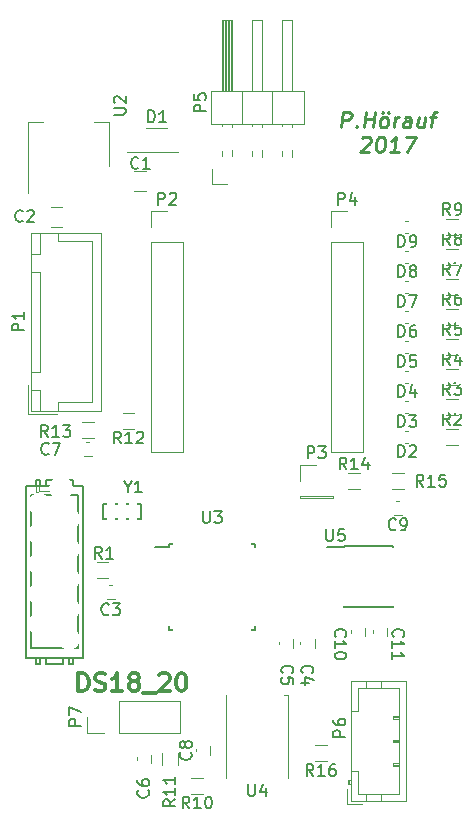
<source format=gto>
G04 #@! TF.GenerationSoftware,KiCad,Pcbnew,(5.99.0-492-g30da2b31e)*
G04 #@! TF.CreationDate,2019-12-10T20:34:04+01:00*
G04 #@! TF.ProjectId,Feeder,46656564-6572-42e6-9b69-6361645f7063,0.1*
G04 #@! TF.SameCoordinates,Original*
G04 #@! TF.FileFunction,Legend,Top*
G04 #@! TF.FilePolarity,Positive*
%FSLAX46Y46*%
G04 Gerber Fmt 4.6, Leading zero omitted, Abs format (unit mm)*
G04 Created by KiCad (PCBNEW (5.99.0-492-g30da2b31e)) date 2019-12-10 20:34:04*
%MOMM*%
%LPD*%
G04 APERTURE LIST*
%ADD10C,0.250000*%
%ADD11C,0.300000*%
%ADD12C,0.120000*%
%ADD13C,0.150000*%
%ADD14C,0.203200*%
%ADD15C,0.101600*%
%ADD16C,2.150000*%
%ADD17R,2.150000X2.150000*%
%ADD18R,1.950000X1.000000*%
%ADD19R,2.100000X2.100000*%
%ADD20O,2.100000X2.100000*%
%ADD21R,1.150000X1.200000*%
%ADD22R,1.200000X1.150000*%
%ADD23R,1.400000X1.650000*%
%ADD24O,2.100000X1.600000*%
%ADD25R,2.100000X1.600000*%
%ADD26R,1.700000X2.100000*%
%ADD27R,1.000000X1.600000*%
%ADD28R,1.600000X1.000000*%
%ADD29R,1.200000X1.200000*%
%ADD30R,1.400000X2.000000*%
%ADD31R,0.700000X2.400000*%
%ADD32C,1.850000*%
%ADD33C,2.000000*%
%ADD34R,0.900000X1.300000*%
%ADD35R,1.300000X0.900000*%
%ADD36R,1.900000X2.400000*%
%ADD37R,4.200000X2.400000*%
G04 APERTURE END LIST*
D10*
X177307877Y-52541595D02*
X177470377Y-51241595D01*
X177965616Y-51241595D01*
X178081687Y-51303500D01*
X178135854Y-51365404D01*
X178182282Y-51489214D01*
X178159068Y-51674928D01*
X178081687Y-51798738D01*
X178012044Y-51860642D01*
X177880497Y-51922547D01*
X177385258Y-51922547D01*
X178623354Y-52417785D02*
X178677520Y-52479690D01*
X178607877Y-52541595D01*
X178553711Y-52479690D01*
X178623354Y-52417785D01*
X178607877Y-52541595D01*
X179226925Y-52541595D02*
X179389425Y-51241595D01*
X179312044Y-51860642D02*
X180054901Y-51860642D01*
X179969782Y-52541595D02*
X180132282Y-51241595D01*
X180774544Y-52541595D02*
X180658473Y-52479690D01*
X180604306Y-52417785D01*
X180557877Y-52293976D01*
X180604306Y-51922547D01*
X180681687Y-51798738D01*
X180751330Y-51736833D01*
X180882877Y-51674928D01*
X181068592Y-51674928D01*
X181184663Y-51736833D01*
X181238830Y-51798738D01*
X181285258Y-51922547D01*
X181238830Y-52293976D01*
X181161449Y-52417785D01*
X181091806Y-52479690D01*
X180960258Y-52541595D01*
X180774544Y-52541595D01*
X180813235Y-51241595D02*
X180867401Y-51303500D01*
X180797758Y-51365404D01*
X180743592Y-51303500D01*
X180813235Y-51241595D01*
X180797758Y-51365404D01*
X181308473Y-51241595D02*
X181362639Y-51303500D01*
X181292997Y-51365404D01*
X181238830Y-51303500D01*
X181308473Y-51241595D01*
X181292997Y-51365404D01*
X181765020Y-52541595D02*
X181873354Y-51674928D01*
X181842401Y-51922547D02*
X181919782Y-51798738D01*
X181989425Y-51736833D01*
X182120973Y-51674928D01*
X182244782Y-51674928D01*
X183126925Y-52541595D02*
X183212044Y-51860642D01*
X183165616Y-51736833D01*
X183049544Y-51674928D01*
X182801925Y-51674928D01*
X182670377Y-51736833D01*
X183134663Y-52479690D02*
X183003116Y-52541595D01*
X182693592Y-52541595D01*
X182577520Y-52479690D01*
X182531092Y-52355880D01*
X182546568Y-52232071D01*
X182623949Y-52108261D01*
X182755497Y-52046357D01*
X183065020Y-52046357D01*
X183196568Y-51984452D01*
X184411449Y-51674928D02*
X184303116Y-52541595D01*
X183854306Y-51674928D02*
X183769187Y-52355880D01*
X183815616Y-52479690D01*
X183931687Y-52541595D01*
X184117401Y-52541595D01*
X184248949Y-52479690D01*
X184318592Y-52417785D01*
X184844782Y-51674928D02*
X185340020Y-51674928D01*
X184922163Y-52541595D02*
X185061449Y-51427309D01*
X185138830Y-51303500D01*
X185270377Y-51241595D01*
X185394187Y-51241595D01*
X179095377Y-53458404D02*
X179165020Y-53396500D01*
X179296568Y-53334595D01*
X179606092Y-53334595D01*
X179722163Y-53396500D01*
X179776330Y-53458404D01*
X179822758Y-53582214D01*
X179807282Y-53706023D01*
X179722163Y-53891738D01*
X178886449Y-54634595D01*
X179691211Y-54634595D01*
X180658473Y-53334595D02*
X180782282Y-53334595D01*
X180898354Y-53396500D01*
X180952520Y-53458404D01*
X180998949Y-53582214D01*
X181029901Y-53829833D01*
X180991211Y-54139357D01*
X180898354Y-54386976D01*
X180820973Y-54510785D01*
X180751330Y-54572690D01*
X180619782Y-54634595D01*
X180495973Y-54634595D01*
X180379901Y-54572690D01*
X180325735Y-54510785D01*
X180279306Y-54386976D01*
X180248354Y-54139357D01*
X180287044Y-53829833D01*
X180379901Y-53582214D01*
X180457282Y-53458404D01*
X180526925Y-53396500D01*
X180658473Y-53334595D01*
X182167401Y-54634595D02*
X181424544Y-54634595D01*
X181795973Y-54634595D02*
X181958473Y-53334595D01*
X181811449Y-53520309D01*
X181672163Y-53644119D01*
X181540616Y-53706023D01*
X182763235Y-53334595D02*
X183629901Y-53334595D01*
X182910258Y-54634595D01*
D11*
X155064285Y-100278571D02*
X155064285Y-98778571D01*
X155421428Y-98778571D01*
X155635714Y-98850000D01*
X155778571Y-98992857D01*
X155850000Y-99135714D01*
X155921428Y-99421428D01*
X155921428Y-99635714D01*
X155850000Y-99921428D01*
X155778571Y-100064285D01*
X155635714Y-100207142D01*
X155421428Y-100278571D01*
X155064285Y-100278571D01*
X156492857Y-100207142D02*
X156707142Y-100278571D01*
X157064285Y-100278571D01*
X157207142Y-100207142D01*
X157278571Y-100135714D01*
X157350000Y-99992857D01*
X157350000Y-99850000D01*
X157278571Y-99707142D01*
X157207142Y-99635714D01*
X157064285Y-99564285D01*
X156778571Y-99492857D01*
X156635714Y-99421428D01*
X156564285Y-99350000D01*
X156492857Y-99207142D01*
X156492857Y-99064285D01*
X156564285Y-98921428D01*
X156635714Y-98850000D01*
X156778571Y-98778571D01*
X157135714Y-98778571D01*
X157350000Y-98850000D01*
X158778571Y-100278571D02*
X157921428Y-100278571D01*
X158350000Y-100278571D02*
X158350000Y-98778571D01*
X158207142Y-98992857D01*
X158064285Y-99135714D01*
X157921428Y-99207142D01*
X159635714Y-99421428D02*
X159492857Y-99350000D01*
X159421428Y-99278571D01*
X159350000Y-99135714D01*
X159350000Y-99064285D01*
X159421428Y-98921428D01*
X159492857Y-98850000D01*
X159635714Y-98778571D01*
X159921428Y-98778571D01*
X160064285Y-98850000D01*
X160135714Y-98921428D01*
X160207142Y-99064285D01*
X160207142Y-99135714D01*
X160135714Y-99278571D01*
X160064285Y-99350000D01*
X159921428Y-99421428D01*
X159635714Y-99421428D01*
X159492857Y-99492857D01*
X159421428Y-99564285D01*
X159350000Y-99707142D01*
X159350000Y-99992857D01*
X159421428Y-100135714D01*
X159492857Y-100207142D01*
X159635714Y-100278571D01*
X159921428Y-100278571D01*
X160064285Y-100207142D01*
X160135714Y-100135714D01*
X160207142Y-99992857D01*
X160207142Y-99707142D01*
X160135714Y-99564285D01*
X160064285Y-99492857D01*
X159921428Y-99421428D01*
X160492857Y-100421428D02*
X161635714Y-100421428D01*
X161921428Y-98921428D02*
X161992857Y-98850000D01*
X162135714Y-98778571D01*
X162492857Y-98778571D01*
X162635714Y-98850000D01*
X162707142Y-98921428D01*
X162778571Y-99064285D01*
X162778571Y-99207142D01*
X162707142Y-99421428D01*
X161850000Y-100278571D01*
X162778571Y-100278571D01*
X163707142Y-98778571D02*
X163850000Y-98778571D01*
X163992857Y-98850000D01*
X164064285Y-98921428D01*
X164135714Y-99064285D01*
X164207142Y-99350000D01*
X164207142Y-99707142D01*
X164135714Y-99992857D01*
X164064285Y-100135714D01*
X163992857Y-100207142D01*
X163850000Y-100278571D01*
X163707142Y-100278571D01*
X163564285Y-100207142D01*
X163492857Y-100135714D01*
X163421428Y-99992857D01*
X163350000Y-99707142D01*
X163350000Y-99350000D01*
X163421428Y-99064285D01*
X163492857Y-98921428D01*
X163564285Y-98850000D01*
X163707142Y-98778571D01*
D12*
X151050000Y-76550000D02*
X157000000Y-76550000D01*
X157000000Y-76550000D02*
X157000000Y-61450000D01*
X157000000Y-61450000D02*
X151050000Y-61450000D01*
X151050000Y-61450000D02*
X151050000Y-76550000D01*
X151050000Y-73250000D02*
X151800000Y-73250000D01*
X151800000Y-73250000D02*
X151800000Y-64750000D01*
X151800000Y-64750000D02*
X151050000Y-64750000D01*
X151050000Y-64750000D02*
X151050000Y-73250000D01*
X151050000Y-76550000D02*
X151800000Y-76550000D01*
X151800000Y-76550000D02*
X151800000Y-74750000D01*
X151800000Y-74750000D02*
X151050000Y-74750000D01*
X151050000Y-74750000D02*
X151050000Y-76550000D01*
X151050000Y-63250000D02*
X151800000Y-63250000D01*
X151800000Y-63250000D02*
X151800000Y-61450000D01*
X151800000Y-61450000D02*
X151050000Y-61450000D01*
X151050000Y-61450000D02*
X151050000Y-63250000D01*
X153300000Y-76550000D02*
X153300000Y-75800000D01*
X153300000Y-75800000D02*
X156250000Y-75800000D01*
X156250000Y-75800000D02*
X156250000Y-69000000D01*
X153300000Y-61450000D02*
X153300000Y-62200000D01*
X153300000Y-62200000D02*
X156250000Y-62200000D01*
X156250000Y-62200000D02*
X156250000Y-69000000D01*
X150750000Y-74350000D02*
X150750000Y-76850000D01*
X150750000Y-76850000D02*
X153250000Y-76850000D01*
D13*
X177525000Y-88025000D02*
X177525000Y-88075000D01*
X181675000Y-88025000D02*
X181675000Y-88170000D01*
X181675000Y-93175000D02*
X181675000Y-93030000D01*
X177525000Y-93175000D02*
X177525000Y-93030000D01*
X177525000Y-88025000D02*
X181675000Y-88025000D01*
X177525000Y-93175000D02*
X181675000Y-93175000D01*
X177525000Y-88075000D02*
X176125000Y-88075000D01*
D12*
X173810000Y-83770000D02*
X173810000Y-83890000D01*
X173810000Y-83890000D02*
X176590000Y-83890000D01*
X176590000Y-83890000D02*
X176590000Y-83770000D01*
X176590000Y-83770000D02*
X173810000Y-83770000D01*
X173810000Y-82500000D02*
X173810000Y-81110000D01*
X173810000Y-81110000D02*
X175200000Y-81110000D01*
X158470000Y-103850000D02*
X163670000Y-103850000D01*
X163670000Y-103850000D02*
X163670000Y-101070000D01*
X163670000Y-101070000D02*
X158470000Y-101070000D01*
X158470000Y-101070000D02*
X158470000Y-103850000D01*
X157200000Y-103850000D02*
X155810000Y-103850000D01*
X155810000Y-103850000D02*
X155810000Y-102460000D01*
X179300000Y-94950000D02*
X179300000Y-95650000D01*
X178100000Y-95650000D02*
X178100000Y-94950000D01*
X182450000Y-85400000D02*
X181750000Y-85400000D01*
X181750000Y-84200000D02*
X182450000Y-84200000D01*
X165000000Y-105650000D02*
X165000000Y-104950000D01*
X166200000Y-104950000D02*
X166200000Y-105650000D01*
X155550000Y-79200000D02*
X156250000Y-79200000D01*
X156250000Y-80400000D02*
X155550000Y-80400000D01*
X160000000Y-106350000D02*
X160000000Y-105650000D01*
X161200000Y-105650000D02*
X161200000Y-106350000D01*
X172050000Y-96600000D02*
X172050000Y-95900000D01*
X173250000Y-95900000D02*
X173250000Y-96600000D01*
X175050000Y-95900000D02*
X175050000Y-96600000D01*
X173850000Y-96600000D02*
X173850000Y-95900000D01*
X157450000Y-91300000D02*
X158150000Y-91300000D01*
X158150000Y-92500000D02*
X157450000Y-92500000D01*
X181200000Y-94950000D02*
X181200000Y-95650000D01*
X180000000Y-95650000D02*
X180000000Y-94950000D01*
X153700000Y-59250000D02*
X152700000Y-59250000D01*
X152700000Y-60950000D02*
X153700000Y-60950000D01*
X160800000Y-56250000D02*
X159800000Y-56250000D01*
X159800000Y-57950000D02*
X160800000Y-57950000D01*
X178100000Y-109550000D02*
X182800000Y-109550000D01*
X182800000Y-109550000D02*
X182800000Y-99450000D01*
X182800000Y-99450000D02*
X178100000Y-99450000D01*
X178100000Y-99450000D02*
X178100000Y-109550000D01*
X178100000Y-107000000D02*
X178700000Y-107000000D01*
X178700000Y-107000000D02*
X178700000Y-108950000D01*
X178700000Y-108950000D02*
X182200000Y-108950000D01*
X182200000Y-108950000D02*
X182200000Y-100050000D01*
X182200000Y-100050000D02*
X178700000Y-100050000D01*
X178700000Y-100050000D02*
X178700000Y-102000000D01*
X178700000Y-102000000D02*
X178100000Y-102000000D01*
X179400000Y-109550000D02*
X179400000Y-108950000D01*
X180700000Y-109550000D02*
X180700000Y-108950000D01*
X179400000Y-99450000D02*
X179400000Y-100050000D01*
X180700000Y-99450000D02*
X180700000Y-100050000D01*
X178100000Y-107800000D02*
X177900000Y-107800000D01*
X177900000Y-107800000D02*
X177900000Y-108100000D01*
X177900000Y-108100000D02*
X178100000Y-108100000D01*
X178000000Y-107800000D02*
X178000000Y-108100000D01*
X182200000Y-106600000D02*
X181700000Y-106600000D01*
X181700000Y-106600000D02*
X181700000Y-106400000D01*
X181700000Y-106400000D02*
X182200000Y-106400000D01*
X182200000Y-106500000D02*
X181700000Y-106500000D01*
X182200000Y-104600000D02*
X181700000Y-104600000D01*
X181700000Y-104600000D02*
X181700000Y-104400000D01*
X181700000Y-104400000D02*
X182200000Y-104400000D01*
X182200000Y-104500000D02*
X181700000Y-104500000D01*
X182200000Y-102600000D02*
X181700000Y-102600000D01*
X181700000Y-102600000D02*
X181700000Y-102400000D01*
X181700000Y-102400000D02*
X182200000Y-102400000D01*
X182200000Y-102500000D02*
X181700000Y-102500000D01*
X177800000Y-108600000D02*
X177800000Y-109850000D01*
X177800000Y-109850000D02*
X179050000Y-109850000D01*
X163450000Y-52600000D02*
X159150000Y-52600000D01*
X159150000Y-52600000D02*
X159150000Y-54600000D01*
X159150000Y-54600000D02*
X163450000Y-54600000D01*
D13*
X162745000Y-87815000D02*
X162745000Y-88040000D01*
X169995000Y-87815000D02*
X169995000Y-88115000D01*
X169995000Y-95065000D02*
X169995000Y-94765000D01*
X162745000Y-95065000D02*
X162745000Y-94765000D01*
X162745000Y-87815000D02*
X163045000Y-87815000D01*
X162745000Y-95065000D02*
X163045000Y-95065000D01*
X169995000Y-95065000D02*
X169695000Y-95065000D01*
X169995000Y-87815000D02*
X169695000Y-87815000D01*
X162745000Y-88040000D02*
X161520000Y-88040000D01*
D12*
X184180000Y-71620000D02*
X182080000Y-71620000D01*
X184180000Y-70620000D02*
X182080000Y-70620000D01*
X184180000Y-71620000D02*
X184180000Y-70620000D01*
X184180000Y-64000000D02*
X184180000Y-63000000D01*
X184180000Y-63000000D02*
X182080000Y-63000000D01*
X184180000Y-64000000D02*
X182080000Y-64000000D01*
X184180000Y-66540000D02*
X182080000Y-66540000D01*
X184180000Y-65540000D02*
X182080000Y-65540000D01*
X184180000Y-66540000D02*
X184180000Y-65540000D01*
X184180000Y-69080000D02*
X184180000Y-68080000D01*
X184180000Y-68080000D02*
X182080000Y-68080000D01*
X184180000Y-69080000D02*
X182080000Y-69080000D01*
X184180000Y-74160000D02*
X182080000Y-74160000D01*
X184180000Y-73160000D02*
X182080000Y-73160000D01*
X184180000Y-74160000D02*
X184180000Y-73160000D01*
X184180000Y-76700000D02*
X184180000Y-75700000D01*
X184180000Y-75700000D02*
X182080000Y-75700000D01*
X184180000Y-76700000D02*
X182080000Y-76700000D01*
X184180000Y-79240000D02*
X182080000Y-79240000D01*
X184180000Y-78240000D02*
X182080000Y-78240000D01*
X184180000Y-79240000D02*
X184180000Y-78240000D01*
X184180000Y-61460000D02*
X184180000Y-60460000D01*
X184180000Y-60460000D02*
X182080000Y-60460000D01*
X184180000Y-61460000D02*
X182080000Y-61460000D01*
X167580000Y-107640000D02*
X167580000Y-100640000D01*
X172780000Y-107640000D02*
X172780000Y-100640000D01*
X172780000Y-100640000D02*
X171780000Y-100640000D01*
D13*
X157150000Y-84440000D02*
X157150000Y-85740000D01*
X160350000Y-84440000D02*
X157150000Y-84440000D01*
X160350000Y-85740000D02*
X160350000Y-84440000D01*
X157150000Y-85740000D02*
X160350000Y-85740000D01*
D14*
X155033980Y-83700620D02*
X155033980Y-96639380D01*
X155033980Y-83700620D02*
X151036020Y-83700620D01*
X155432760Y-82900520D02*
X155432760Y-97439480D01*
X150637240Y-82900520D02*
X150637240Y-97439480D01*
X151036020Y-83700620D02*
X151036020Y-96639380D01*
X155432760Y-82900520D02*
X150637240Y-82900520D01*
X154233880Y-82400140D02*
X154233880Y-82801460D01*
X154632660Y-82400140D02*
X154233880Y-82400140D01*
X154632660Y-82801460D02*
X154632660Y-82400140D01*
X151437340Y-82400140D02*
X151437340Y-82801460D01*
X151836120Y-82400140D02*
X151437340Y-82400140D01*
X151836120Y-82801460D02*
X151836120Y-82400140D01*
X152336500Y-82400140D02*
X152336500Y-82801460D01*
X153733500Y-82400140D02*
X152336500Y-82400140D01*
X153733500Y-82801460D02*
X153733500Y-82400140D01*
D15*
X152836880Y-83400900D02*
X152735280Y-83301840D01*
X152735280Y-83301840D02*
X152735280Y-83002120D01*
X151737060Y-83301840D02*
X152735280Y-83301840D01*
X151737060Y-83002120D02*
X151737060Y-83301840D01*
X151635460Y-83400900D02*
X151737060Y-83301840D01*
X151437340Y-83301840D02*
X151737060Y-83601560D01*
X153035000Y-83301840D02*
X152735280Y-83601560D01*
X153035000Y-83301840D02*
X153035000Y-83601560D01*
X153035000Y-83002120D02*
X153035000Y-83301840D01*
X151437340Y-83301840D02*
X151437340Y-83601560D01*
X151437340Y-83002120D02*
X151437340Y-83301840D01*
D14*
X151036020Y-96639380D02*
X155033980Y-96639380D01*
X150637240Y-97439480D02*
X155432760Y-97439480D01*
X151836120Y-97939860D02*
X151836120Y-97538540D01*
X151437340Y-97939860D02*
X151836120Y-97939860D01*
X151437340Y-97538540D02*
X151437340Y-97939860D01*
X154632660Y-97939860D02*
X154632660Y-97538540D01*
X154233880Y-97939860D02*
X154632660Y-97939860D01*
X154233880Y-97538540D02*
X154233880Y-97939860D01*
X153733500Y-97939860D02*
X153733500Y-97538540D01*
X152336500Y-97939860D02*
X153733500Y-97939860D01*
X152336500Y-97538540D02*
X152336500Y-97939860D01*
D12*
X166270000Y-52220000D02*
X168930000Y-52220000D01*
X168930000Y-52220000D02*
X168930000Y-49480000D01*
X168930000Y-49480000D02*
X166270000Y-49480000D01*
X166270000Y-49480000D02*
X166270000Y-52220000D01*
X167220000Y-49480000D02*
X168100000Y-49480000D01*
X168100000Y-49480000D02*
X168100000Y-43480000D01*
X168100000Y-43480000D02*
X167220000Y-43480000D01*
X167220000Y-43480000D02*
X167220000Y-49480000D01*
X167220000Y-52530000D02*
X167220000Y-52220000D01*
X168100000Y-52530000D02*
X168100000Y-52220000D01*
X167220000Y-55070000D02*
X167220000Y-54470000D01*
X168100000Y-55070000D02*
X168100000Y-54470000D01*
X167340000Y-49480000D02*
X167340000Y-43480000D01*
X167460000Y-49480000D02*
X167460000Y-43480000D01*
X167580000Y-49480000D02*
X167580000Y-43480000D01*
X167700000Y-49480000D02*
X167700000Y-43480000D01*
X167820000Y-49480000D02*
X167820000Y-43480000D01*
X167940000Y-49480000D02*
X167940000Y-43480000D01*
X168060000Y-49480000D02*
X168060000Y-43480000D01*
X168930000Y-52220000D02*
X171470000Y-52220000D01*
X171470000Y-52220000D02*
X171470000Y-49480000D01*
X171470000Y-49480000D02*
X168930000Y-49480000D01*
X168930000Y-49480000D02*
X168930000Y-52220000D01*
X169760000Y-49480000D02*
X170640000Y-49480000D01*
X170640000Y-49480000D02*
X170640000Y-43480000D01*
X170640000Y-43480000D02*
X169760000Y-43480000D01*
X169760000Y-43480000D02*
X169760000Y-49480000D01*
X169760000Y-52530000D02*
X169760000Y-52220000D01*
X170640000Y-52530000D02*
X170640000Y-52220000D01*
X169760000Y-55070000D02*
X169760000Y-54470000D01*
X170640000Y-55070000D02*
X170640000Y-54470000D01*
X171470000Y-52220000D02*
X174130000Y-52220000D01*
X174130000Y-52220000D02*
X174130000Y-49480000D01*
X174130000Y-49480000D02*
X171470000Y-49480000D01*
X171470000Y-49480000D02*
X171470000Y-52220000D01*
X172300000Y-49480000D02*
X173180000Y-49480000D01*
X173180000Y-49480000D02*
X173180000Y-43480000D01*
X173180000Y-43480000D02*
X172300000Y-43480000D01*
X172300000Y-43480000D02*
X172300000Y-49480000D01*
X172300000Y-52530000D02*
X172300000Y-52220000D01*
X173180000Y-52530000D02*
X173180000Y-52220000D01*
X172300000Y-55070000D02*
X172300000Y-54470000D01*
X173180000Y-55070000D02*
X173180000Y-54470000D01*
X167660000Y-57310000D02*
X166390000Y-57310000D01*
X166390000Y-57310000D02*
X166390000Y-56040000D01*
X186190000Y-65360000D02*
X187190000Y-65360000D01*
X187190000Y-66720000D02*
X186190000Y-66720000D01*
X158800000Y-76720000D02*
X159800000Y-76720000D01*
X159800000Y-78080000D02*
X158800000Y-78080000D01*
X157600000Y-90730000D02*
X156600000Y-90730000D01*
X156600000Y-89370000D02*
X157600000Y-89370000D01*
X187190000Y-79420000D02*
X186190000Y-79420000D01*
X186190000Y-78060000D02*
X187190000Y-78060000D01*
X186190000Y-75520000D02*
X187190000Y-75520000D01*
X187190000Y-76880000D02*
X186190000Y-76880000D01*
X187190000Y-69260000D02*
X186190000Y-69260000D01*
X186190000Y-67900000D02*
X187190000Y-67900000D01*
X186190000Y-72980000D02*
X187190000Y-72980000D01*
X187190000Y-74340000D02*
X186190000Y-74340000D01*
X187190000Y-71800000D02*
X186190000Y-71800000D01*
X186190000Y-70440000D02*
X187190000Y-70440000D01*
X156400000Y-78880000D02*
X155400000Y-78880000D01*
X155400000Y-77520000D02*
X156400000Y-77520000D01*
X178900000Y-83180000D02*
X177900000Y-83180000D01*
X177900000Y-81820000D02*
X178900000Y-81820000D01*
X181600000Y-81820000D02*
X182600000Y-81820000D01*
X182600000Y-83180000D02*
X181600000Y-83180000D01*
X187190000Y-64180000D02*
X186190000Y-64180000D01*
X186190000Y-62820000D02*
X187190000Y-62820000D01*
X186190000Y-60280000D02*
X187190000Y-60280000D01*
X187190000Y-61640000D02*
X186190000Y-61640000D01*
X164600000Y-107620000D02*
X165600000Y-107620000D01*
X165600000Y-108980000D02*
X164600000Y-108980000D01*
X162120000Y-106500000D02*
X162120000Y-105500000D01*
X163480000Y-105500000D02*
X163480000Y-106500000D01*
X175100000Y-104820000D02*
X176100000Y-104820000D01*
X176100000Y-106180000D02*
X175100000Y-106180000D01*
X161230000Y-59630000D02*
X162560000Y-59630000D01*
X161230000Y-60960000D02*
X161230000Y-59630000D01*
X163890000Y-62230000D02*
X161230000Y-62230000D01*
X163890000Y-80070000D02*
X163890000Y-62230000D01*
X161230000Y-80070000D02*
X163890000Y-80070000D01*
X161230000Y-62230000D02*
X161230000Y-80070000D01*
X176470000Y-62230000D02*
X176470000Y-80070000D01*
X176470000Y-80070000D02*
X179130000Y-80070000D01*
X179130000Y-80070000D02*
X179130000Y-62230000D01*
X179130000Y-62230000D02*
X176470000Y-62230000D01*
X176470000Y-60960000D02*
X176470000Y-59630000D01*
X176470000Y-59630000D02*
X177800000Y-59630000D01*
X157610000Y-52090000D02*
X156350000Y-52090000D01*
X150790000Y-52090000D02*
X152050000Y-52090000D01*
X157610000Y-55850000D02*
X157610000Y-52090000D01*
X150790000Y-58100000D02*
X150790000Y-52090000D01*
D13*
X150452380Y-69738095D02*
X149452380Y-69738095D01*
X149452380Y-69357142D01*
X149500000Y-69261904D01*
X149547619Y-69214285D01*
X149642857Y-69166666D01*
X149785714Y-69166666D01*
X149880952Y-69214285D01*
X149928571Y-69261904D01*
X149976190Y-69357142D01*
X149976190Y-69738095D01*
X150452380Y-68214285D02*
X150452380Y-68785714D01*
X150452380Y-68500000D02*
X149452380Y-68500000D01*
X149595238Y-68595238D01*
X149690476Y-68690476D01*
X149738095Y-68785714D01*
X176038095Y-86552380D02*
X176038095Y-87361904D01*
X176085714Y-87457142D01*
X176133333Y-87504761D01*
X176228571Y-87552380D01*
X176419047Y-87552380D01*
X176514285Y-87504761D01*
X176561904Y-87457142D01*
X176609523Y-87361904D01*
X176609523Y-86552380D01*
X177561904Y-86552380D02*
X177085714Y-86552380D01*
X177038095Y-87028571D01*
X177085714Y-86980952D01*
X177180952Y-86933333D01*
X177419047Y-86933333D01*
X177514285Y-86980952D01*
X177561904Y-87028571D01*
X177609523Y-87123809D01*
X177609523Y-87361904D01*
X177561904Y-87457142D01*
X177514285Y-87504761D01*
X177419047Y-87552380D01*
X177180952Y-87552380D01*
X177085714Y-87504761D01*
X177038095Y-87457142D01*
X174461904Y-80562380D02*
X174461904Y-79562380D01*
X174842857Y-79562380D01*
X174938095Y-79610000D01*
X174985714Y-79657619D01*
X175033333Y-79752857D01*
X175033333Y-79895714D01*
X174985714Y-79990952D01*
X174938095Y-80038571D01*
X174842857Y-80086190D01*
X174461904Y-80086190D01*
X175366666Y-79562380D02*
X175985714Y-79562380D01*
X175652380Y-79943333D01*
X175795238Y-79943333D01*
X175890476Y-79990952D01*
X175938095Y-80038571D01*
X175985714Y-80133809D01*
X175985714Y-80371904D01*
X175938095Y-80467142D01*
X175890476Y-80514761D01*
X175795238Y-80562380D01*
X175509523Y-80562380D01*
X175414285Y-80514761D01*
X175366666Y-80467142D01*
X155262380Y-103198095D02*
X154262380Y-103198095D01*
X154262380Y-102817142D01*
X154310000Y-102721904D01*
X154357619Y-102674285D01*
X154452857Y-102626666D01*
X154595714Y-102626666D01*
X154690952Y-102674285D01*
X154738571Y-102721904D01*
X154786190Y-102817142D01*
X154786190Y-103198095D01*
X154262380Y-102293333D02*
X154262380Y-101626666D01*
X155262380Y-102055238D01*
X176842857Y-95657142D02*
X176795238Y-95609523D01*
X176747619Y-95466666D01*
X176747619Y-95371428D01*
X176795238Y-95228571D01*
X176890476Y-95133333D01*
X176985714Y-95085714D01*
X177176190Y-95038095D01*
X177319047Y-95038095D01*
X177509523Y-95085714D01*
X177604761Y-95133333D01*
X177700000Y-95228571D01*
X177747619Y-95371428D01*
X177747619Y-95466666D01*
X177700000Y-95609523D01*
X177652380Y-95657142D01*
X176747619Y-96609523D02*
X176747619Y-96038095D01*
X176747619Y-96323809D02*
X177747619Y-96323809D01*
X177604761Y-96228571D01*
X177509523Y-96133333D01*
X177461904Y-96038095D01*
X177747619Y-97228571D02*
X177747619Y-97323809D01*
X177700000Y-97419047D01*
X177652380Y-97466666D01*
X177557142Y-97514285D01*
X177366666Y-97561904D01*
X177128571Y-97561904D01*
X176938095Y-97514285D01*
X176842857Y-97466666D01*
X176795238Y-97419047D01*
X176747619Y-97323809D01*
X176747619Y-97228571D01*
X176795238Y-97133333D01*
X176842857Y-97085714D01*
X176938095Y-97038095D01*
X177128571Y-96990476D01*
X177366666Y-96990476D01*
X177557142Y-97038095D01*
X177652380Y-97085714D01*
X177700000Y-97133333D01*
X177747619Y-97228571D01*
X181933333Y-86557142D02*
X181885714Y-86604761D01*
X181742857Y-86652380D01*
X181647619Y-86652380D01*
X181504761Y-86604761D01*
X181409523Y-86509523D01*
X181361904Y-86414285D01*
X181314285Y-86223809D01*
X181314285Y-86080952D01*
X181361904Y-85890476D01*
X181409523Y-85795238D01*
X181504761Y-85700000D01*
X181647619Y-85652380D01*
X181742857Y-85652380D01*
X181885714Y-85700000D01*
X181933333Y-85747619D01*
X182409523Y-86652380D02*
X182600000Y-86652380D01*
X182695238Y-86604761D01*
X182742857Y-86557142D01*
X182838095Y-86414285D01*
X182885714Y-86223809D01*
X182885714Y-85842857D01*
X182838095Y-85747619D01*
X182790476Y-85700000D01*
X182695238Y-85652380D01*
X182504761Y-85652380D01*
X182409523Y-85700000D01*
X182361904Y-85747619D01*
X182314285Y-85842857D01*
X182314285Y-86080952D01*
X182361904Y-86176190D01*
X182409523Y-86223809D01*
X182504761Y-86271428D01*
X182695238Y-86271428D01*
X182790476Y-86223809D01*
X182838095Y-86176190D01*
X182885714Y-86080952D01*
X164557142Y-105466666D02*
X164604761Y-105514285D01*
X164652380Y-105657142D01*
X164652380Y-105752380D01*
X164604761Y-105895238D01*
X164509523Y-105990476D01*
X164414285Y-106038095D01*
X164223809Y-106085714D01*
X164080952Y-106085714D01*
X163890476Y-106038095D01*
X163795238Y-105990476D01*
X163700000Y-105895238D01*
X163652380Y-105752380D01*
X163652380Y-105657142D01*
X163700000Y-105514285D01*
X163747619Y-105466666D01*
X164080952Y-104895238D02*
X164033333Y-104990476D01*
X163985714Y-105038095D01*
X163890476Y-105085714D01*
X163842857Y-105085714D01*
X163747619Y-105038095D01*
X163700000Y-104990476D01*
X163652380Y-104895238D01*
X163652380Y-104704761D01*
X163700000Y-104609523D01*
X163747619Y-104561904D01*
X163842857Y-104514285D01*
X163890476Y-104514285D01*
X163985714Y-104561904D01*
X164033333Y-104609523D01*
X164080952Y-104704761D01*
X164080952Y-104895238D01*
X164128571Y-104990476D01*
X164176190Y-105038095D01*
X164271428Y-105085714D01*
X164461904Y-105085714D01*
X164557142Y-105038095D01*
X164604761Y-104990476D01*
X164652380Y-104895238D01*
X164652380Y-104704761D01*
X164604761Y-104609523D01*
X164557142Y-104561904D01*
X164461904Y-104514285D01*
X164271428Y-104514285D01*
X164176190Y-104561904D01*
X164128571Y-104609523D01*
X164080952Y-104704761D01*
X152533333Y-80157142D02*
X152485714Y-80204761D01*
X152342857Y-80252380D01*
X152247619Y-80252380D01*
X152104761Y-80204761D01*
X152009523Y-80109523D01*
X151961904Y-80014285D01*
X151914285Y-79823809D01*
X151914285Y-79680952D01*
X151961904Y-79490476D01*
X152009523Y-79395238D01*
X152104761Y-79300000D01*
X152247619Y-79252380D01*
X152342857Y-79252380D01*
X152485714Y-79300000D01*
X152533333Y-79347619D01*
X152866666Y-79252380D02*
X153533333Y-79252380D01*
X153104761Y-80252380D01*
X160957142Y-108666666D02*
X161004761Y-108714285D01*
X161052380Y-108857142D01*
X161052380Y-108952380D01*
X161004761Y-109095238D01*
X160909523Y-109190476D01*
X160814285Y-109238095D01*
X160623809Y-109285714D01*
X160480952Y-109285714D01*
X160290476Y-109238095D01*
X160195238Y-109190476D01*
X160100000Y-109095238D01*
X160052380Y-108952380D01*
X160052380Y-108857142D01*
X160100000Y-108714285D01*
X160147619Y-108666666D01*
X160052380Y-107809523D02*
X160052380Y-108000000D01*
X160100000Y-108095238D01*
X160147619Y-108142857D01*
X160290476Y-108238095D01*
X160480952Y-108285714D01*
X160861904Y-108285714D01*
X160957142Y-108238095D01*
X161004761Y-108190476D01*
X161052380Y-108095238D01*
X161052380Y-107904761D01*
X161004761Y-107809523D01*
X160957142Y-107761904D01*
X160861904Y-107714285D01*
X160623809Y-107714285D01*
X160528571Y-107761904D01*
X160480952Y-107809523D01*
X160433333Y-107904761D01*
X160433333Y-108095238D01*
X160480952Y-108190476D01*
X160528571Y-108238095D01*
X160623809Y-108285714D01*
X172342857Y-98733333D02*
X172295238Y-98685714D01*
X172247619Y-98542857D01*
X172247619Y-98447619D01*
X172295238Y-98304761D01*
X172390476Y-98209523D01*
X172485714Y-98161904D01*
X172676190Y-98114285D01*
X172819047Y-98114285D01*
X173009523Y-98161904D01*
X173104761Y-98209523D01*
X173200000Y-98304761D01*
X173247619Y-98447619D01*
X173247619Y-98542857D01*
X173200000Y-98685714D01*
X173152380Y-98733333D01*
X173247619Y-99638095D02*
X173247619Y-99161904D01*
X172771428Y-99114285D01*
X172819047Y-99161904D01*
X172866666Y-99257142D01*
X172866666Y-99495238D01*
X172819047Y-99590476D01*
X172771428Y-99638095D01*
X172676190Y-99685714D01*
X172438095Y-99685714D01*
X172342857Y-99638095D01*
X172295238Y-99590476D01*
X172247619Y-99495238D01*
X172247619Y-99257142D01*
X172295238Y-99161904D01*
X172342857Y-99114285D01*
X174042857Y-98733333D02*
X173995238Y-98685714D01*
X173947619Y-98542857D01*
X173947619Y-98447619D01*
X173995238Y-98304761D01*
X174090476Y-98209523D01*
X174185714Y-98161904D01*
X174376190Y-98114285D01*
X174519047Y-98114285D01*
X174709523Y-98161904D01*
X174804761Y-98209523D01*
X174900000Y-98304761D01*
X174947619Y-98447619D01*
X174947619Y-98542857D01*
X174900000Y-98685714D01*
X174852380Y-98733333D01*
X174614285Y-99590476D02*
X173947619Y-99590476D01*
X174995238Y-99352380D02*
X174280952Y-99114285D01*
X174280952Y-99733333D01*
X157633333Y-93757142D02*
X157585714Y-93804761D01*
X157442857Y-93852380D01*
X157347619Y-93852380D01*
X157204761Y-93804761D01*
X157109523Y-93709523D01*
X157061904Y-93614285D01*
X157014285Y-93423809D01*
X157014285Y-93280952D01*
X157061904Y-93090476D01*
X157109523Y-92995238D01*
X157204761Y-92900000D01*
X157347619Y-92852380D01*
X157442857Y-92852380D01*
X157585714Y-92900000D01*
X157633333Y-92947619D01*
X157966666Y-92852380D02*
X158585714Y-92852380D01*
X158252380Y-93233333D01*
X158395238Y-93233333D01*
X158490476Y-93280952D01*
X158538095Y-93328571D01*
X158585714Y-93423809D01*
X158585714Y-93661904D01*
X158538095Y-93757142D01*
X158490476Y-93804761D01*
X158395238Y-93852380D01*
X158109523Y-93852380D01*
X158014285Y-93804761D01*
X157966666Y-93757142D01*
X181742857Y-95657142D02*
X181695238Y-95609523D01*
X181647619Y-95466666D01*
X181647619Y-95371428D01*
X181695238Y-95228571D01*
X181790476Y-95133333D01*
X181885714Y-95085714D01*
X182076190Y-95038095D01*
X182219047Y-95038095D01*
X182409523Y-95085714D01*
X182504761Y-95133333D01*
X182600000Y-95228571D01*
X182647619Y-95371428D01*
X182647619Y-95466666D01*
X182600000Y-95609523D01*
X182552380Y-95657142D01*
X181647619Y-96609523D02*
X181647619Y-96038095D01*
X181647619Y-96323809D02*
X182647619Y-96323809D01*
X182504761Y-96228571D01*
X182409523Y-96133333D01*
X182361904Y-96038095D01*
X181647619Y-97561904D02*
X181647619Y-96990476D01*
X181647619Y-97276190D02*
X182647619Y-97276190D01*
X182504761Y-97180952D01*
X182409523Y-97085714D01*
X182361904Y-96990476D01*
X150333333Y-60457142D02*
X150285714Y-60504761D01*
X150142857Y-60552380D01*
X150047619Y-60552380D01*
X149904761Y-60504761D01*
X149809523Y-60409523D01*
X149761904Y-60314285D01*
X149714285Y-60123809D01*
X149714285Y-59980952D01*
X149761904Y-59790476D01*
X149809523Y-59695238D01*
X149904761Y-59600000D01*
X150047619Y-59552380D01*
X150142857Y-59552380D01*
X150285714Y-59600000D01*
X150333333Y-59647619D01*
X150714285Y-59647619D02*
X150761904Y-59600000D01*
X150857142Y-59552380D01*
X151095238Y-59552380D01*
X151190476Y-59600000D01*
X151238095Y-59647619D01*
X151285714Y-59742857D01*
X151285714Y-59838095D01*
X151238095Y-59980952D01*
X150666666Y-60552380D01*
X151285714Y-60552380D01*
X160133333Y-55957142D02*
X160085714Y-56004761D01*
X159942857Y-56052380D01*
X159847619Y-56052380D01*
X159704761Y-56004761D01*
X159609523Y-55909523D01*
X159561904Y-55814285D01*
X159514285Y-55623809D01*
X159514285Y-55480952D01*
X159561904Y-55290476D01*
X159609523Y-55195238D01*
X159704761Y-55100000D01*
X159847619Y-55052380D01*
X159942857Y-55052380D01*
X160085714Y-55100000D01*
X160133333Y-55147619D01*
X161085714Y-56052380D02*
X160514285Y-56052380D01*
X160800000Y-56052380D02*
X160800000Y-55052380D01*
X160704761Y-55195238D01*
X160609523Y-55290476D01*
X160514285Y-55338095D01*
X177652380Y-104138095D02*
X176652380Y-104138095D01*
X176652380Y-103757142D01*
X176700000Y-103661904D01*
X176747619Y-103614285D01*
X176842857Y-103566666D01*
X176985714Y-103566666D01*
X177080952Y-103614285D01*
X177128571Y-103661904D01*
X177176190Y-103757142D01*
X177176190Y-104138095D01*
X176652380Y-102709523D02*
X176652380Y-102900000D01*
X176700000Y-102995238D01*
X176747619Y-103042857D01*
X176890476Y-103138095D01*
X177080952Y-103185714D01*
X177461904Y-103185714D01*
X177557142Y-103138095D01*
X177604761Y-103090476D01*
X177652380Y-102995238D01*
X177652380Y-102804761D01*
X177604761Y-102709523D01*
X177557142Y-102661904D01*
X177461904Y-102614285D01*
X177223809Y-102614285D01*
X177128571Y-102661904D01*
X177080952Y-102709523D01*
X177033333Y-102804761D01*
X177033333Y-102995238D01*
X177080952Y-103090476D01*
X177128571Y-103138095D01*
X177223809Y-103185714D01*
X160961904Y-52102380D02*
X160961904Y-51102380D01*
X161200000Y-51102380D01*
X161342857Y-51150000D01*
X161438095Y-51245238D01*
X161485714Y-51340476D01*
X161533333Y-51530952D01*
X161533333Y-51673809D01*
X161485714Y-51864285D01*
X161438095Y-51959523D01*
X161342857Y-52054761D01*
X161200000Y-52102380D01*
X160961904Y-52102380D01*
X162485714Y-52102380D02*
X161914285Y-52102380D01*
X162200000Y-52102380D02*
X162200000Y-51102380D01*
X162104761Y-51245238D01*
X162009523Y-51340476D01*
X161914285Y-51388095D01*
X165608095Y-85042380D02*
X165608095Y-85851904D01*
X165655714Y-85947142D01*
X165703333Y-85994761D01*
X165798571Y-86042380D01*
X165989047Y-86042380D01*
X166084285Y-85994761D01*
X166131904Y-85947142D01*
X166179523Y-85851904D01*
X166179523Y-85042380D01*
X166560476Y-85042380D02*
X167179523Y-85042380D01*
X166846190Y-85423333D01*
X166989047Y-85423333D01*
X167084285Y-85470952D01*
X167131904Y-85518571D01*
X167179523Y-85613809D01*
X167179523Y-85851904D01*
X167131904Y-85947142D01*
X167084285Y-85994761D01*
X166989047Y-86042380D01*
X166703333Y-86042380D01*
X166608095Y-85994761D01*
X166560476Y-85947142D01*
X182141904Y-72822380D02*
X182141904Y-71822380D01*
X182380000Y-71822380D01*
X182522857Y-71870000D01*
X182618095Y-71965238D01*
X182665714Y-72060476D01*
X182713333Y-72250952D01*
X182713333Y-72393809D01*
X182665714Y-72584285D01*
X182618095Y-72679523D01*
X182522857Y-72774761D01*
X182380000Y-72822380D01*
X182141904Y-72822380D01*
X183618095Y-71822380D02*
X183141904Y-71822380D01*
X183094285Y-72298571D01*
X183141904Y-72250952D01*
X183237142Y-72203333D01*
X183475238Y-72203333D01*
X183570476Y-72250952D01*
X183618095Y-72298571D01*
X183665714Y-72393809D01*
X183665714Y-72631904D01*
X183618095Y-72727142D01*
X183570476Y-72774761D01*
X183475238Y-72822380D01*
X183237142Y-72822380D01*
X183141904Y-72774761D01*
X183094285Y-72727142D01*
X182141904Y-65202380D02*
X182141904Y-64202380D01*
X182380000Y-64202380D01*
X182522857Y-64250000D01*
X182618095Y-64345238D01*
X182665714Y-64440476D01*
X182713333Y-64630952D01*
X182713333Y-64773809D01*
X182665714Y-64964285D01*
X182618095Y-65059523D01*
X182522857Y-65154761D01*
X182380000Y-65202380D01*
X182141904Y-65202380D01*
X183284761Y-64630952D02*
X183189523Y-64583333D01*
X183141904Y-64535714D01*
X183094285Y-64440476D01*
X183094285Y-64392857D01*
X183141904Y-64297619D01*
X183189523Y-64250000D01*
X183284761Y-64202380D01*
X183475238Y-64202380D01*
X183570476Y-64250000D01*
X183618095Y-64297619D01*
X183665714Y-64392857D01*
X183665714Y-64440476D01*
X183618095Y-64535714D01*
X183570476Y-64583333D01*
X183475238Y-64630952D01*
X183284761Y-64630952D01*
X183189523Y-64678571D01*
X183141904Y-64726190D01*
X183094285Y-64821428D01*
X183094285Y-65011904D01*
X183141904Y-65107142D01*
X183189523Y-65154761D01*
X183284761Y-65202380D01*
X183475238Y-65202380D01*
X183570476Y-65154761D01*
X183618095Y-65107142D01*
X183665714Y-65011904D01*
X183665714Y-64821428D01*
X183618095Y-64726190D01*
X183570476Y-64678571D01*
X183475238Y-64630952D01*
X182141904Y-67742380D02*
X182141904Y-66742380D01*
X182380000Y-66742380D01*
X182522857Y-66790000D01*
X182618095Y-66885238D01*
X182665714Y-66980476D01*
X182713333Y-67170952D01*
X182713333Y-67313809D01*
X182665714Y-67504285D01*
X182618095Y-67599523D01*
X182522857Y-67694761D01*
X182380000Y-67742380D01*
X182141904Y-67742380D01*
X183046666Y-66742380D02*
X183713333Y-66742380D01*
X183284761Y-67742380D01*
X182141904Y-70282380D02*
X182141904Y-69282380D01*
X182380000Y-69282380D01*
X182522857Y-69330000D01*
X182618095Y-69425238D01*
X182665714Y-69520476D01*
X182713333Y-69710952D01*
X182713333Y-69853809D01*
X182665714Y-70044285D01*
X182618095Y-70139523D01*
X182522857Y-70234761D01*
X182380000Y-70282380D01*
X182141904Y-70282380D01*
X183570476Y-69282380D02*
X183380000Y-69282380D01*
X183284761Y-69330000D01*
X183237142Y-69377619D01*
X183141904Y-69520476D01*
X183094285Y-69710952D01*
X183094285Y-70091904D01*
X183141904Y-70187142D01*
X183189523Y-70234761D01*
X183284761Y-70282380D01*
X183475238Y-70282380D01*
X183570476Y-70234761D01*
X183618095Y-70187142D01*
X183665714Y-70091904D01*
X183665714Y-69853809D01*
X183618095Y-69758571D01*
X183570476Y-69710952D01*
X183475238Y-69663333D01*
X183284761Y-69663333D01*
X183189523Y-69710952D01*
X183141904Y-69758571D01*
X183094285Y-69853809D01*
X182141904Y-75362380D02*
X182141904Y-74362380D01*
X182380000Y-74362380D01*
X182522857Y-74410000D01*
X182618095Y-74505238D01*
X182665714Y-74600476D01*
X182713333Y-74790952D01*
X182713333Y-74933809D01*
X182665714Y-75124285D01*
X182618095Y-75219523D01*
X182522857Y-75314761D01*
X182380000Y-75362380D01*
X182141904Y-75362380D01*
X183570476Y-74695714D02*
X183570476Y-75362380D01*
X183332380Y-74314761D02*
X183094285Y-75029047D01*
X183713333Y-75029047D01*
X182141904Y-77902380D02*
X182141904Y-76902380D01*
X182380000Y-76902380D01*
X182522857Y-76950000D01*
X182618095Y-77045238D01*
X182665714Y-77140476D01*
X182713333Y-77330952D01*
X182713333Y-77473809D01*
X182665714Y-77664285D01*
X182618095Y-77759523D01*
X182522857Y-77854761D01*
X182380000Y-77902380D01*
X182141904Y-77902380D01*
X183046666Y-76902380D02*
X183665714Y-76902380D01*
X183332380Y-77283333D01*
X183475238Y-77283333D01*
X183570476Y-77330952D01*
X183618095Y-77378571D01*
X183665714Y-77473809D01*
X183665714Y-77711904D01*
X183618095Y-77807142D01*
X183570476Y-77854761D01*
X183475238Y-77902380D01*
X183189523Y-77902380D01*
X183094285Y-77854761D01*
X183046666Y-77807142D01*
X182141904Y-80442380D02*
X182141904Y-79442380D01*
X182380000Y-79442380D01*
X182522857Y-79490000D01*
X182618095Y-79585238D01*
X182665714Y-79680476D01*
X182713333Y-79870952D01*
X182713333Y-80013809D01*
X182665714Y-80204285D01*
X182618095Y-80299523D01*
X182522857Y-80394761D01*
X182380000Y-80442380D01*
X182141904Y-80442380D01*
X183094285Y-79537619D02*
X183141904Y-79490000D01*
X183237142Y-79442380D01*
X183475238Y-79442380D01*
X183570476Y-79490000D01*
X183618095Y-79537619D01*
X183665714Y-79632857D01*
X183665714Y-79728095D01*
X183618095Y-79870952D01*
X183046666Y-80442380D01*
X183665714Y-80442380D01*
X182141904Y-62662380D02*
X182141904Y-61662380D01*
X182380000Y-61662380D01*
X182522857Y-61710000D01*
X182618095Y-61805238D01*
X182665714Y-61900476D01*
X182713333Y-62090952D01*
X182713333Y-62233809D01*
X182665714Y-62424285D01*
X182618095Y-62519523D01*
X182522857Y-62614761D01*
X182380000Y-62662380D01*
X182141904Y-62662380D01*
X183189523Y-62662380D02*
X183380000Y-62662380D01*
X183475238Y-62614761D01*
X183522857Y-62567142D01*
X183618095Y-62424285D01*
X183665714Y-62233809D01*
X183665714Y-61852857D01*
X183618095Y-61757619D01*
X183570476Y-61710000D01*
X183475238Y-61662380D01*
X183284761Y-61662380D01*
X183189523Y-61710000D01*
X183141904Y-61757619D01*
X183094285Y-61852857D01*
X183094285Y-62090952D01*
X183141904Y-62186190D01*
X183189523Y-62233809D01*
X183284761Y-62281428D01*
X183475238Y-62281428D01*
X183570476Y-62233809D01*
X183618095Y-62186190D01*
X183665714Y-62090952D01*
X169438095Y-108152380D02*
X169438095Y-108961904D01*
X169485714Y-109057142D01*
X169533333Y-109104761D01*
X169628571Y-109152380D01*
X169819047Y-109152380D01*
X169914285Y-109104761D01*
X169961904Y-109057142D01*
X170009523Y-108961904D01*
X170009523Y-108152380D01*
X170914285Y-108485714D02*
X170914285Y-109152380D01*
X170676190Y-108104761D02*
X170438095Y-108819047D01*
X171057142Y-108819047D01*
X159223809Y-82976190D02*
X159223809Y-83452380D01*
X158890476Y-82452380D02*
X159223809Y-82976190D01*
X159557142Y-82452380D01*
X160414285Y-83452380D02*
X159842857Y-83452380D01*
X160128571Y-83452380D02*
X160128571Y-82452380D01*
X160033333Y-82595238D01*
X159938095Y-82690476D01*
X159842857Y-82738095D01*
X165842380Y-51193095D02*
X164842380Y-51193095D01*
X164842380Y-50812142D01*
X164890000Y-50716904D01*
X164937619Y-50669285D01*
X165032857Y-50621666D01*
X165175714Y-50621666D01*
X165270952Y-50669285D01*
X165318571Y-50716904D01*
X165366190Y-50812142D01*
X165366190Y-51193095D01*
X164842380Y-49716904D02*
X164842380Y-50193095D01*
X165318571Y-50240714D01*
X165270952Y-50193095D01*
X165223333Y-50097857D01*
X165223333Y-49859761D01*
X165270952Y-49764523D01*
X165318571Y-49716904D01*
X165413809Y-49669285D01*
X165651904Y-49669285D01*
X165747142Y-49716904D01*
X165794761Y-49764523D01*
X165842380Y-49859761D01*
X165842380Y-50097857D01*
X165794761Y-50193095D01*
X165747142Y-50240714D01*
X186523333Y-65042380D02*
X186190000Y-64566190D01*
X185951904Y-65042380D02*
X185951904Y-64042380D01*
X186332857Y-64042380D01*
X186428095Y-64090000D01*
X186475714Y-64137619D01*
X186523333Y-64232857D01*
X186523333Y-64375714D01*
X186475714Y-64470952D01*
X186428095Y-64518571D01*
X186332857Y-64566190D01*
X185951904Y-64566190D01*
X186856666Y-64042380D02*
X187523333Y-64042380D01*
X187094761Y-65042380D01*
X158657142Y-79302380D02*
X158323809Y-78826190D01*
X158085714Y-79302380D02*
X158085714Y-78302380D01*
X158466666Y-78302380D01*
X158561904Y-78350000D01*
X158609523Y-78397619D01*
X158657142Y-78492857D01*
X158657142Y-78635714D01*
X158609523Y-78730952D01*
X158561904Y-78778571D01*
X158466666Y-78826190D01*
X158085714Y-78826190D01*
X159609523Y-79302380D02*
X159038095Y-79302380D01*
X159323809Y-79302380D02*
X159323809Y-78302380D01*
X159228571Y-78445238D01*
X159133333Y-78540476D01*
X159038095Y-78588095D01*
X159990476Y-78397619D02*
X160038095Y-78350000D01*
X160133333Y-78302380D01*
X160371428Y-78302380D01*
X160466666Y-78350000D01*
X160514285Y-78397619D01*
X160561904Y-78492857D01*
X160561904Y-78588095D01*
X160514285Y-78730952D01*
X159942857Y-79302380D01*
X160561904Y-79302380D01*
X157033333Y-89052380D02*
X156700000Y-88576190D01*
X156461904Y-89052380D02*
X156461904Y-88052380D01*
X156842857Y-88052380D01*
X156938095Y-88100000D01*
X156985714Y-88147619D01*
X157033333Y-88242857D01*
X157033333Y-88385714D01*
X156985714Y-88480952D01*
X156938095Y-88528571D01*
X156842857Y-88576190D01*
X156461904Y-88576190D01*
X157985714Y-89052380D02*
X157414285Y-89052380D01*
X157700000Y-89052380D02*
X157700000Y-88052380D01*
X157604761Y-88195238D01*
X157509523Y-88290476D01*
X157414285Y-88338095D01*
X186523333Y-77742380D02*
X186190000Y-77266190D01*
X185951904Y-77742380D02*
X185951904Y-76742380D01*
X186332857Y-76742380D01*
X186428095Y-76790000D01*
X186475714Y-76837619D01*
X186523333Y-76932857D01*
X186523333Y-77075714D01*
X186475714Y-77170952D01*
X186428095Y-77218571D01*
X186332857Y-77266190D01*
X185951904Y-77266190D01*
X186904285Y-76837619D02*
X186951904Y-76790000D01*
X187047142Y-76742380D01*
X187285238Y-76742380D01*
X187380476Y-76790000D01*
X187428095Y-76837619D01*
X187475714Y-76932857D01*
X187475714Y-77028095D01*
X187428095Y-77170952D01*
X186856666Y-77742380D01*
X187475714Y-77742380D01*
X186523333Y-75202380D02*
X186190000Y-74726190D01*
X185951904Y-75202380D02*
X185951904Y-74202380D01*
X186332857Y-74202380D01*
X186428095Y-74250000D01*
X186475714Y-74297619D01*
X186523333Y-74392857D01*
X186523333Y-74535714D01*
X186475714Y-74630952D01*
X186428095Y-74678571D01*
X186332857Y-74726190D01*
X185951904Y-74726190D01*
X186856666Y-74202380D02*
X187475714Y-74202380D01*
X187142380Y-74583333D01*
X187285238Y-74583333D01*
X187380476Y-74630952D01*
X187428095Y-74678571D01*
X187475714Y-74773809D01*
X187475714Y-75011904D01*
X187428095Y-75107142D01*
X187380476Y-75154761D01*
X187285238Y-75202380D01*
X186999523Y-75202380D01*
X186904285Y-75154761D01*
X186856666Y-75107142D01*
X186523333Y-67582380D02*
X186190000Y-67106190D01*
X185951904Y-67582380D02*
X185951904Y-66582380D01*
X186332857Y-66582380D01*
X186428095Y-66630000D01*
X186475714Y-66677619D01*
X186523333Y-66772857D01*
X186523333Y-66915714D01*
X186475714Y-67010952D01*
X186428095Y-67058571D01*
X186332857Y-67106190D01*
X185951904Y-67106190D01*
X187380476Y-66582380D02*
X187190000Y-66582380D01*
X187094761Y-66630000D01*
X187047142Y-66677619D01*
X186951904Y-66820476D01*
X186904285Y-67010952D01*
X186904285Y-67391904D01*
X186951904Y-67487142D01*
X186999523Y-67534761D01*
X187094761Y-67582380D01*
X187285238Y-67582380D01*
X187380476Y-67534761D01*
X187428095Y-67487142D01*
X187475714Y-67391904D01*
X187475714Y-67153809D01*
X187428095Y-67058571D01*
X187380476Y-67010952D01*
X187285238Y-66963333D01*
X187094761Y-66963333D01*
X186999523Y-67010952D01*
X186951904Y-67058571D01*
X186904285Y-67153809D01*
X186523333Y-72662380D02*
X186190000Y-72186190D01*
X185951904Y-72662380D02*
X185951904Y-71662380D01*
X186332857Y-71662380D01*
X186428095Y-71710000D01*
X186475714Y-71757619D01*
X186523333Y-71852857D01*
X186523333Y-71995714D01*
X186475714Y-72090952D01*
X186428095Y-72138571D01*
X186332857Y-72186190D01*
X185951904Y-72186190D01*
X187380476Y-71995714D02*
X187380476Y-72662380D01*
X187142380Y-71614761D02*
X186904285Y-72329047D01*
X187523333Y-72329047D01*
X186523333Y-70122380D02*
X186190000Y-69646190D01*
X185951904Y-70122380D02*
X185951904Y-69122380D01*
X186332857Y-69122380D01*
X186428095Y-69170000D01*
X186475714Y-69217619D01*
X186523333Y-69312857D01*
X186523333Y-69455714D01*
X186475714Y-69550952D01*
X186428095Y-69598571D01*
X186332857Y-69646190D01*
X185951904Y-69646190D01*
X187428095Y-69122380D02*
X186951904Y-69122380D01*
X186904285Y-69598571D01*
X186951904Y-69550952D01*
X187047142Y-69503333D01*
X187285238Y-69503333D01*
X187380476Y-69550952D01*
X187428095Y-69598571D01*
X187475714Y-69693809D01*
X187475714Y-69931904D01*
X187428095Y-70027142D01*
X187380476Y-70074761D01*
X187285238Y-70122380D01*
X187047142Y-70122380D01*
X186951904Y-70074761D01*
X186904285Y-70027142D01*
X152457142Y-78752380D02*
X152123809Y-78276190D01*
X151885714Y-78752380D02*
X151885714Y-77752380D01*
X152266666Y-77752380D01*
X152361904Y-77800000D01*
X152409523Y-77847619D01*
X152457142Y-77942857D01*
X152457142Y-78085714D01*
X152409523Y-78180952D01*
X152361904Y-78228571D01*
X152266666Y-78276190D01*
X151885714Y-78276190D01*
X153409523Y-78752380D02*
X152838095Y-78752380D01*
X153123809Y-78752380D02*
X153123809Y-77752380D01*
X153028571Y-77895238D01*
X152933333Y-77990476D01*
X152838095Y-78038095D01*
X153742857Y-77752380D02*
X154361904Y-77752380D01*
X154028571Y-78133333D01*
X154171428Y-78133333D01*
X154266666Y-78180952D01*
X154314285Y-78228571D01*
X154361904Y-78323809D01*
X154361904Y-78561904D01*
X154314285Y-78657142D01*
X154266666Y-78704761D01*
X154171428Y-78752380D01*
X153885714Y-78752380D01*
X153790476Y-78704761D01*
X153742857Y-78657142D01*
X177757142Y-81502380D02*
X177423809Y-81026190D01*
X177185714Y-81502380D02*
X177185714Y-80502380D01*
X177566666Y-80502380D01*
X177661904Y-80550000D01*
X177709523Y-80597619D01*
X177757142Y-80692857D01*
X177757142Y-80835714D01*
X177709523Y-80930952D01*
X177661904Y-80978571D01*
X177566666Y-81026190D01*
X177185714Y-81026190D01*
X178709523Y-81502380D02*
X178138095Y-81502380D01*
X178423809Y-81502380D02*
X178423809Y-80502380D01*
X178328571Y-80645238D01*
X178233333Y-80740476D01*
X178138095Y-80788095D01*
X179566666Y-80835714D02*
X179566666Y-81502380D01*
X179328571Y-80454761D02*
X179090476Y-81169047D01*
X179709523Y-81169047D01*
X184257142Y-82952380D02*
X183923809Y-82476190D01*
X183685714Y-82952380D02*
X183685714Y-81952380D01*
X184066666Y-81952380D01*
X184161904Y-82000000D01*
X184209523Y-82047619D01*
X184257142Y-82142857D01*
X184257142Y-82285714D01*
X184209523Y-82380952D01*
X184161904Y-82428571D01*
X184066666Y-82476190D01*
X183685714Y-82476190D01*
X185209523Y-82952380D02*
X184638095Y-82952380D01*
X184923809Y-82952380D02*
X184923809Y-81952380D01*
X184828571Y-82095238D01*
X184733333Y-82190476D01*
X184638095Y-82238095D01*
X186114285Y-81952380D02*
X185638095Y-81952380D01*
X185590476Y-82428571D01*
X185638095Y-82380952D01*
X185733333Y-82333333D01*
X185971428Y-82333333D01*
X186066666Y-82380952D01*
X186114285Y-82428571D01*
X186161904Y-82523809D01*
X186161904Y-82761904D01*
X186114285Y-82857142D01*
X186066666Y-82904761D01*
X185971428Y-82952380D01*
X185733333Y-82952380D01*
X185638095Y-82904761D01*
X185590476Y-82857142D01*
X186523333Y-62502380D02*
X186190000Y-62026190D01*
X185951904Y-62502380D02*
X185951904Y-61502380D01*
X186332857Y-61502380D01*
X186428095Y-61550000D01*
X186475714Y-61597619D01*
X186523333Y-61692857D01*
X186523333Y-61835714D01*
X186475714Y-61930952D01*
X186428095Y-61978571D01*
X186332857Y-62026190D01*
X185951904Y-62026190D01*
X187094761Y-61930952D02*
X186999523Y-61883333D01*
X186951904Y-61835714D01*
X186904285Y-61740476D01*
X186904285Y-61692857D01*
X186951904Y-61597619D01*
X186999523Y-61550000D01*
X187094761Y-61502380D01*
X187285238Y-61502380D01*
X187380476Y-61550000D01*
X187428095Y-61597619D01*
X187475714Y-61692857D01*
X187475714Y-61740476D01*
X187428095Y-61835714D01*
X187380476Y-61883333D01*
X187285238Y-61930952D01*
X187094761Y-61930952D01*
X186999523Y-61978571D01*
X186951904Y-62026190D01*
X186904285Y-62121428D01*
X186904285Y-62311904D01*
X186951904Y-62407142D01*
X186999523Y-62454761D01*
X187094761Y-62502380D01*
X187285238Y-62502380D01*
X187380476Y-62454761D01*
X187428095Y-62407142D01*
X187475714Y-62311904D01*
X187475714Y-62121428D01*
X187428095Y-62026190D01*
X187380476Y-61978571D01*
X187285238Y-61930952D01*
X186523333Y-59962380D02*
X186190000Y-59486190D01*
X185951904Y-59962380D02*
X185951904Y-58962380D01*
X186332857Y-58962380D01*
X186428095Y-59010000D01*
X186475714Y-59057619D01*
X186523333Y-59152857D01*
X186523333Y-59295714D01*
X186475714Y-59390952D01*
X186428095Y-59438571D01*
X186332857Y-59486190D01*
X185951904Y-59486190D01*
X186999523Y-59962380D02*
X187190000Y-59962380D01*
X187285238Y-59914761D01*
X187332857Y-59867142D01*
X187428095Y-59724285D01*
X187475714Y-59533809D01*
X187475714Y-59152857D01*
X187428095Y-59057619D01*
X187380476Y-59010000D01*
X187285238Y-58962380D01*
X187094761Y-58962380D01*
X186999523Y-59010000D01*
X186951904Y-59057619D01*
X186904285Y-59152857D01*
X186904285Y-59390952D01*
X186951904Y-59486190D01*
X186999523Y-59533809D01*
X187094761Y-59581428D01*
X187285238Y-59581428D01*
X187380476Y-59533809D01*
X187428095Y-59486190D01*
X187475714Y-59390952D01*
X164457142Y-110202380D02*
X164123809Y-109726190D01*
X163885714Y-110202380D02*
X163885714Y-109202380D01*
X164266666Y-109202380D01*
X164361904Y-109250000D01*
X164409523Y-109297619D01*
X164457142Y-109392857D01*
X164457142Y-109535714D01*
X164409523Y-109630952D01*
X164361904Y-109678571D01*
X164266666Y-109726190D01*
X163885714Y-109726190D01*
X165409523Y-110202380D02*
X164838095Y-110202380D01*
X165123809Y-110202380D02*
X165123809Y-109202380D01*
X165028571Y-109345238D01*
X164933333Y-109440476D01*
X164838095Y-109488095D01*
X166028571Y-109202380D02*
X166123809Y-109202380D01*
X166219047Y-109250000D01*
X166266666Y-109297619D01*
X166314285Y-109392857D01*
X166361904Y-109583333D01*
X166361904Y-109821428D01*
X166314285Y-110011904D01*
X166266666Y-110107142D01*
X166219047Y-110154761D01*
X166123809Y-110202380D01*
X166028571Y-110202380D01*
X165933333Y-110154761D01*
X165885714Y-110107142D01*
X165838095Y-110011904D01*
X165790476Y-109821428D01*
X165790476Y-109583333D01*
X165838095Y-109392857D01*
X165885714Y-109297619D01*
X165933333Y-109250000D01*
X166028571Y-109202380D01*
X163252380Y-109442857D02*
X162776190Y-109776190D01*
X163252380Y-110014285D02*
X162252380Y-110014285D01*
X162252380Y-109633333D01*
X162300000Y-109538095D01*
X162347619Y-109490476D01*
X162442857Y-109442857D01*
X162585714Y-109442857D01*
X162680952Y-109490476D01*
X162728571Y-109538095D01*
X162776190Y-109633333D01*
X162776190Y-110014285D01*
X163252380Y-108490476D02*
X163252380Y-109061904D01*
X163252380Y-108776190D02*
X162252380Y-108776190D01*
X162395238Y-108871428D01*
X162490476Y-108966666D01*
X162538095Y-109061904D01*
X163252380Y-107538095D02*
X163252380Y-108109523D01*
X163252380Y-107823809D02*
X162252380Y-107823809D01*
X162395238Y-107919047D01*
X162490476Y-108014285D01*
X162538095Y-108109523D01*
X174957142Y-107452380D02*
X174623809Y-106976190D01*
X174385714Y-107452380D02*
X174385714Y-106452380D01*
X174766666Y-106452380D01*
X174861904Y-106500000D01*
X174909523Y-106547619D01*
X174957142Y-106642857D01*
X174957142Y-106785714D01*
X174909523Y-106880952D01*
X174861904Y-106928571D01*
X174766666Y-106976190D01*
X174385714Y-106976190D01*
X175909523Y-107452380D02*
X175338095Y-107452380D01*
X175623809Y-107452380D02*
X175623809Y-106452380D01*
X175528571Y-106595238D01*
X175433333Y-106690476D01*
X175338095Y-106738095D01*
X176766666Y-106452380D02*
X176576190Y-106452380D01*
X176480952Y-106500000D01*
X176433333Y-106547619D01*
X176338095Y-106690476D01*
X176290476Y-106880952D01*
X176290476Y-107261904D01*
X176338095Y-107357142D01*
X176385714Y-107404761D01*
X176480952Y-107452380D01*
X176671428Y-107452380D01*
X176766666Y-107404761D01*
X176814285Y-107357142D01*
X176861904Y-107261904D01*
X176861904Y-107023809D01*
X176814285Y-106928571D01*
X176766666Y-106880952D01*
X176671428Y-106833333D01*
X176480952Y-106833333D01*
X176385714Y-106880952D01*
X176338095Y-106928571D01*
X176290476Y-107023809D01*
X161821904Y-59082380D02*
X161821904Y-58082380D01*
X162202857Y-58082380D01*
X162298095Y-58130000D01*
X162345714Y-58177619D01*
X162393333Y-58272857D01*
X162393333Y-58415714D01*
X162345714Y-58510952D01*
X162298095Y-58558571D01*
X162202857Y-58606190D01*
X161821904Y-58606190D01*
X162774285Y-58177619D02*
X162821904Y-58130000D01*
X162917142Y-58082380D01*
X163155238Y-58082380D01*
X163250476Y-58130000D01*
X163298095Y-58177619D01*
X163345714Y-58272857D01*
X163345714Y-58368095D01*
X163298095Y-58510952D01*
X162726666Y-59082380D01*
X163345714Y-59082380D01*
X177061904Y-59082380D02*
X177061904Y-58082380D01*
X177442857Y-58082380D01*
X177538095Y-58130000D01*
X177585714Y-58177619D01*
X177633333Y-58272857D01*
X177633333Y-58415714D01*
X177585714Y-58510952D01*
X177538095Y-58558571D01*
X177442857Y-58606190D01*
X177061904Y-58606190D01*
X178490476Y-58415714D02*
X178490476Y-59082380D01*
X178252380Y-58034761D02*
X178014285Y-58749047D01*
X178633333Y-58749047D01*
X158052380Y-51461904D02*
X158861904Y-51461904D01*
X158957142Y-51414285D01*
X159004761Y-51366666D01*
X159052380Y-51271428D01*
X159052380Y-51080952D01*
X159004761Y-50985714D01*
X158957142Y-50938095D01*
X158861904Y-50890476D01*
X158052380Y-50890476D01*
X158147619Y-50461904D02*
X158100000Y-50414285D01*
X158052380Y-50319047D01*
X158052380Y-50080952D01*
X158100000Y-49985714D01*
X158147619Y-49938095D01*
X158242857Y-49890476D01*
X158338095Y-49890476D01*
X158480952Y-49938095D01*
X159052380Y-50509523D01*
X159052380Y-49890476D01*
%LPC*%
D16*
X153500000Y-64000000D03*
X153500000Y-66500000D03*
X153500000Y-69000000D03*
X153500000Y-71500000D03*
D17*
X153500000Y-74000000D03*
D18*
X182300000Y-88695000D03*
X182300000Y-89965000D03*
X182300000Y-91235000D03*
X182300000Y-92505000D03*
X176900000Y-92505000D03*
X176900000Y-91235000D03*
X176900000Y-89965000D03*
X176900000Y-88695000D03*
D19*
X175200000Y-82500000D03*
D20*
X162280000Y-102460000D03*
X159740000Y-102460000D03*
D19*
X157200000Y-102460000D03*
D21*
X178700000Y-96050000D03*
X178700000Y-94550000D03*
D22*
X181350000Y-84800000D03*
X182850000Y-84800000D03*
D21*
X165600000Y-104550000D03*
X165600000Y-106050000D03*
D22*
X156650000Y-79800000D03*
X155150000Y-79800000D03*
D21*
X160600000Y-105250000D03*
X160600000Y-106750000D03*
X172650000Y-95500000D03*
X172650000Y-97000000D03*
X174450000Y-97000000D03*
X174450000Y-95500000D03*
D22*
X158550000Y-91900000D03*
X157050000Y-91900000D03*
D21*
X180600000Y-96050000D03*
X180600000Y-94550000D03*
D23*
X154200000Y-60100000D03*
X152200000Y-60100000D03*
X161300000Y-57100000D03*
X159300000Y-57100000D03*
D24*
X179900000Y-101500000D03*
X179900000Y-103500000D03*
X179900000Y-105500000D03*
D25*
X179900000Y-107500000D03*
D26*
X163450000Y-53600000D03*
X159950000Y-53600000D03*
D27*
X163570000Y-87190000D03*
X164370000Y-87190000D03*
X165170000Y-87190000D03*
X165970000Y-87190000D03*
X166770000Y-87190000D03*
X167570000Y-87190000D03*
X168370000Y-87190000D03*
X169170000Y-87190000D03*
D28*
X170620000Y-88640000D03*
X170620000Y-89440000D03*
X170620000Y-90240000D03*
X170620000Y-91040000D03*
X170620000Y-91840000D03*
X170620000Y-92640000D03*
X170620000Y-93440000D03*
X170620000Y-94240000D03*
D27*
X169170000Y-95690000D03*
X168370000Y-95690000D03*
X167570000Y-95690000D03*
X166770000Y-95690000D03*
X165970000Y-95690000D03*
X165170000Y-95690000D03*
X164370000Y-95690000D03*
X163570000Y-95690000D03*
D28*
X162120000Y-94240000D03*
X162120000Y-93440000D03*
X162120000Y-92640000D03*
X162120000Y-91840000D03*
X162120000Y-91040000D03*
X162120000Y-90240000D03*
X162120000Y-89440000D03*
X162120000Y-88640000D03*
D29*
X182080000Y-71120000D03*
X183680000Y-71120000D03*
X183680000Y-63500000D03*
X182080000Y-63500000D03*
X182080000Y-66040000D03*
X183680000Y-66040000D03*
X183680000Y-68580000D03*
X182080000Y-68580000D03*
X182080000Y-73660000D03*
X183680000Y-73660000D03*
X183680000Y-76200000D03*
X182080000Y-76200000D03*
X182080000Y-78740000D03*
X183680000Y-78740000D03*
X183680000Y-60960000D03*
X182080000Y-60960000D03*
D30*
X168580000Y-106640000D03*
X171780000Y-106640000D03*
X168580000Y-101640000D03*
X171780000Y-101640000D03*
D31*
X159700000Y-85090000D03*
X158750000Y-85090000D03*
X157800000Y-85090000D03*
D32*
X151765000Y-84455000D03*
X154305000Y-85725000D03*
X151765000Y-86995000D03*
X154305000Y-88265000D03*
X151765000Y-89535000D03*
X154305000Y-90805000D03*
X151765000Y-92075000D03*
X154305000Y-93345000D03*
X151765000Y-94615000D03*
X154305000Y-95885000D03*
D33*
X153565000Y-83055000D03*
D20*
X172740000Y-53500000D03*
X172740000Y-56040000D03*
X170200000Y-53500000D03*
X170200000Y-56040000D03*
X167660000Y-53500000D03*
D19*
X167660000Y-56040000D03*
D34*
X185940000Y-66040000D03*
X187440000Y-66040000D03*
X158550000Y-77400000D03*
X160050000Y-77400000D03*
X157850000Y-90050000D03*
X156350000Y-90050000D03*
X187440000Y-78740000D03*
X185940000Y-78740000D03*
X185940000Y-76200000D03*
X187440000Y-76200000D03*
X187440000Y-68580000D03*
X185940000Y-68580000D03*
X185940000Y-73660000D03*
X187440000Y-73660000D03*
X187440000Y-71120000D03*
X185940000Y-71120000D03*
X156650000Y-78200000D03*
X155150000Y-78200000D03*
X179150000Y-82500000D03*
X177650000Y-82500000D03*
X181350000Y-82500000D03*
X182850000Y-82500000D03*
X187440000Y-63500000D03*
X185940000Y-63500000D03*
X185940000Y-60960000D03*
X187440000Y-60960000D03*
X164350000Y-108300000D03*
X165850000Y-108300000D03*
D35*
X162800000Y-106750000D03*
X162800000Y-105250000D03*
D34*
X174850000Y-105500000D03*
X176350000Y-105500000D03*
D19*
X162560000Y-60960000D03*
D20*
X162560000Y-63500000D03*
X162560000Y-66040000D03*
X162560000Y-68580000D03*
X162560000Y-71120000D03*
X162560000Y-73660000D03*
X162560000Y-76200000D03*
X162560000Y-78740000D03*
X177800000Y-78740000D03*
X177800000Y-76200000D03*
X177800000Y-73660000D03*
X177800000Y-71120000D03*
X177800000Y-68580000D03*
X177800000Y-66040000D03*
X177800000Y-63500000D03*
D19*
X177800000Y-60960000D03*
D36*
X151900000Y-57150000D03*
X156500000Y-57150000D03*
X154200000Y-57150000D03*
D37*
X154200000Y-50850000D03*
M02*

</source>
